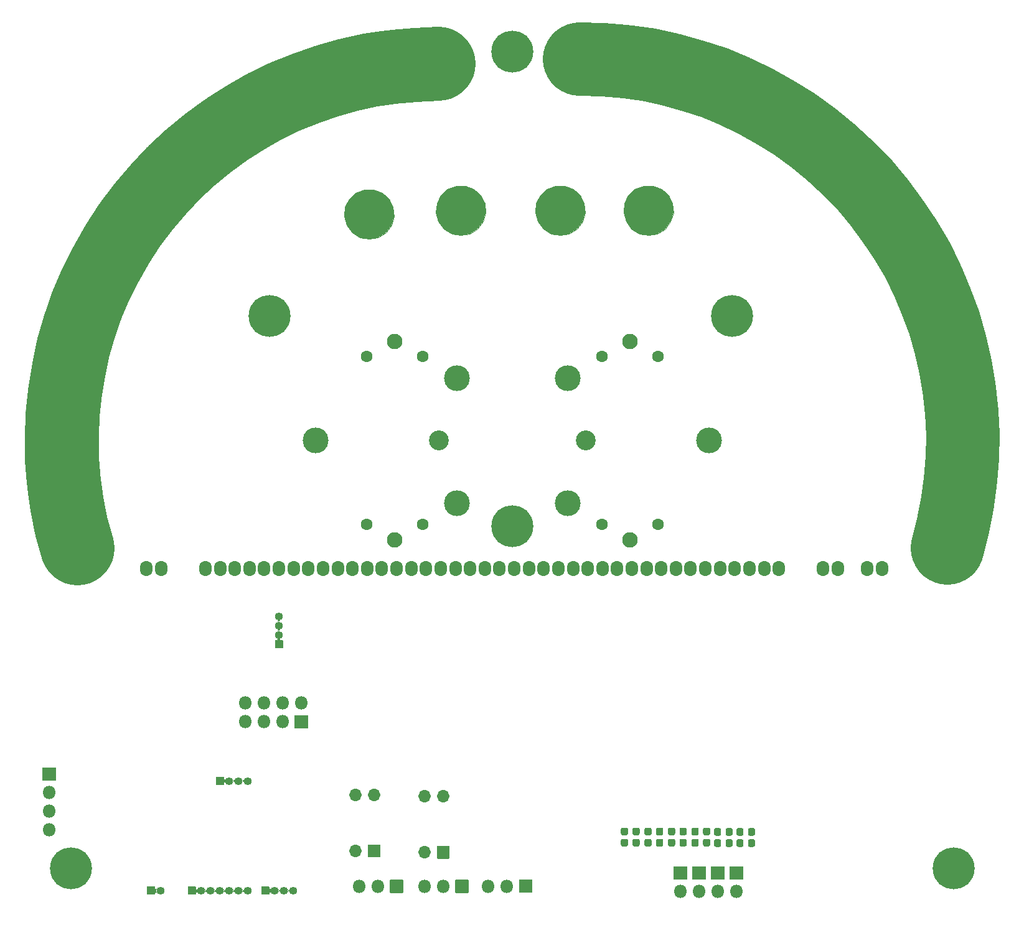
<source format=gts>
G04 #@! TF.GenerationSoftware,KiCad,Pcbnew,(5.99.0-3329-ga80190e20)*
G04 #@! TF.CreationDate,2020-09-20T16:32:00-04:00*
G04 #@! TF.ProjectId,MotorcycleSpeedo,4d6f746f-7263-4796-936c-655370656564,rev?*
G04 #@! TF.SameCoordinates,Original*
G04 #@! TF.FileFunction,Soldermask,Top*
G04 #@! TF.FilePolarity,Negative*
%FSLAX46Y46*%
G04 Gerber Fmt 4.6, Leading zero omitted, Abs format (unit mm)*
G04 Created by KiCad (PCBNEW (5.99.0-3329-ga80190e20)) date 2020-09-20 16:32:00*
%MOMM*%
%LPD*%
G01*
G04 APERTURE LIST*
%ADD10C,0.199999*%
%ADD11C,10.087999*%
%ADD12C,9.999999*%
%ADD13C,0.100000*%
%ADD14O,1.802000X1.802000*%
%ADD15O,1.102000X1.102000*%
%ADD16C,5.702000*%
%ADD17C,3.502000*%
%ADD18C,2.702000*%
%ADD19C,2.102000*%
%ADD20C,1.602000*%
%ADD21O,1.702000X2.102000*%
%ADD22O,1.702000X1.702000*%
G04 APERTURE END LIST*
D10*
X152836632Y-118932038D02*
X153261286Y-121978559D01*
X182849045Y-66553354D02*
X180104150Y-67884005D01*
D11*
X152966787Y-106738119D02*
X152662045Y-109773291D01*
D12*
X274652988Y-106415142D02*
X274148301Y-103367118D01*
D10*
X180104051Y-67888816D02*
X177442991Y-69380091D01*
X188560889Y-64389295D02*
X185670414Y-65387168D01*
X155971632Y-94914329D02*
X154954691Y-97806255D01*
D12*
X229268484Y-61767131D02*
X226134331Y-61491755D01*
D10*
X154114322Y-100741394D02*
X153451322Y-103721419D01*
X272049011Y-130983596D02*
X273030735Y-127972498D01*
X203791915Y-62059253D02*
X200666454Y-62157863D01*
X154666770Y-128015101D02*
X155649795Y-130983596D01*
X172401881Y-72829115D02*
X170036570Y-74779169D01*
X238405352Y-63695236D02*
X235411476Y-62872733D01*
X200666454Y-62157863D02*
X197573251Y-62444018D01*
X246986721Y-67195211D02*
X244200456Y-65860337D01*
X152595943Y-115875991D02*
X152836632Y-118932038D01*
X152595854Y-115881005D02*
X152836557Y-118937060D01*
X177442991Y-69380091D02*
X174873144Y-71028140D01*
X272597878Y-97378207D02*
X271554399Y-94454006D01*
X191513099Y-63563582D02*
X188560889Y-64389295D01*
X180104150Y-67884005D02*
X177443099Y-69375274D01*
X194519677Y-62913874D02*
X191513099Y-63563582D01*
D11*
X154954691Y-97806255D02*
X154114186Y-100746357D01*
D10*
X158530671Y-89303061D02*
X157164083Y-92073894D01*
X167784721Y-76869605D02*
X165653429Y-79106266D01*
X154114186Y-100746357D02*
X153451192Y-103726393D01*
X153261286Y-121978559D02*
X153870981Y-125007313D01*
X153451322Y-103721419D02*
X152966909Y-106733134D01*
X274426063Y-121857190D02*
X274841923Y-118769668D01*
X152538042Y-112823668D02*
X152595854Y-115881005D01*
D12*
X257215287Y-74126766D02*
X254810583Y-72162792D01*
D11*
X152662045Y-109773291D02*
X152538042Y-112823668D01*
D10*
X152966909Y-106733134D02*
X152662157Y-109768296D01*
X265618347Y-83420249D02*
X263714909Y-80888964D01*
X161782394Y-83988357D02*
X160070466Y-86605135D01*
X197573223Y-62448828D02*
X194519636Y-62918680D01*
X154114322Y-100741394D02*
X153451322Y-103721419D01*
D12*
X274426063Y-121857190D02*
X274841923Y-118769668D01*
D10*
X191513046Y-63568386D02*
X188560823Y-64394099D01*
X185670414Y-65387168D02*
X182849045Y-66553354D01*
X182849045Y-66553354D02*
X180104150Y-67884005D01*
X185670336Y-65391973D02*
X182848956Y-66558161D01*
X274652988Y-106415142D02*
X274148301Y-103367118D01*
X265618347Y-83420249D02*
X265618347Y-83420249D01*
X152595943Y-115875991D02*
X152836632Y-118932038D01*
X174873262Y-71023316D02*
X172402007Y-72824283D01*
X188560823Y-64394099D02*
X185670336Y-65391973D01*
X191513099Y-63563582D02*
X188560889Y-64389295D01*
X152966787Y-106738119D02*
X152662045Y-109773291D01*
D12*
X270333578Y-91587766D02*
X268936543Y-88787831D01*
D10*
X275115674Y-112576605D02*
X274975822Y-109487752D01*
D11*
X157163934Y-92078822D02*
X155971632Y-94914329D01*
D10*
X182848956Y-66558161D02*
X180104051Y-67888816D01*
D11*
X152595854Y-115881005D02*
X152836557Y-118937060D01*
D10*
X254810583Y-72162792D02*
X252299265Y-70350301D01*
X174873262Y-71023316D02*
X172402007Y-72824283D01*
X273462888Y-100352026D02*
X272597878Y-97378207D01*
D12*
X241337506Y-64692391D02*
X238405352Y-63695236D01*
D10*
X160070466Y-86605135D02*
X158530671Y-89303061D01*
X185670414Y-65387168D02*
X182849045Y-66553354D01*
X167784582Y-76874457D02*
X165653284Y-79111130D01*
X203791915Y-62059253D02*
X200666454Y-62157863D01*
D11*
X194519636Y-62918680D02*
X191513046Y-63568386D01*
X167784582Y-76874457D02*
X165653284Y-79111130D01*
D12*
X265618347Y-83420249D02*
X265618347Y-83420249D01*
D10*
X252299265Y-70350301D02*
X249688818Y-68693153D01*
X153870981Y-125007313D02*
X154666792Y-128010056D01*
D12*
X273822710Y-124927581D02*
X274426063Y-121857190D01*
D10*
X268936543Y-88787831D02*
X267364424Y-86062544D01*
D12*
X249688818Y-68693153D02*
X246986721Y-67195211D01*
D10*
X257215287Y-74126766D02*
X254810583Y-72162792D01*
X241337506Y-64692391D02*
X238405352Y-63695236D01*
X152538144Y-112818663D02*
X152595943Y-115875991D01*
D11*
X191513046Y-63568386D02*
X188560823Y-64394099D01*
D10*
X271554399Y-94454006D02*
X270333578Y-91587766D01*
X161782241Y-83993247D02*
X161782241Y-83993247D01*
D12*
X275071417Y-115673358D02*
X275115674Y-112576605D01*
X232363359Y-62228744D02*
X229268484Y-61767131D01*
D10*
X163650048Y-81485343D02*
X161782241Y-83993247D01*
D12*
X271554399Y-94454006D02*
X270333578Y-91587766D01*
D10*
X153870939Y-125012351D02*
X154666770Y-128015101D01*
X160070314Y-86610038D02*
X158530520Y-89307977D01*
D11*
X200666440Y-62162677D02*
X197573223Y-62448828D01*
D12*
X265618347Y-83420249D02*
X263714909Y-80888964D01*
D11*
X160070314Y-86610038D02*
X158530520Y-89307977D01*
D10*
X157164083Y-92073894D02*
X155971778Y-94909389D01*
X153261286Y-121978559D02*
X153870981Y-125007313D01*
X244200456Y-65860337D02*
X241337506Y-64692391D01*
X153451322Y-103721419D02*
X152966909Y-106733134D01*
D12*
X275115674Y-112576605D02*
X274975822Y-109487752D01*
X235411476Y-62872733D02*
X232363359Y-62228744D01*
D10*
X157164083Y-92073894D02*
X155971778Y-94909389D01*
D11*
X165653284Y-79111130D02*
X163650048Y-81485343D01*
X152836557Y-118937060D02*
X153261227Y-121983590D01*
D10*
X158530671Y-89303061D02*
X157164083Y-92073894D01*
D12*
X267364424Y-86062544D02*
X265618347Y-83420249D01*
X274841923Y-118769668D02*
X275071417Y-115673358D01*
D11*
X158530520Y-89307977D02*
X157163934Y-92078822D01*
D10*
X177443099Y-69375274D02*
X174873262Y-71023316D01*
X200666454Y-62157863D02*
X197573251Y-62444018D01*
X177443099Y-69375274D02*
X174873262Y-71023316D01*
X152538144Y-112818663D02*
X152595943Y-115875991D01*
D12*
X272597878Y-97378207D02*
X271554399Y-94454006D01*
D10*
X154666792Y-128010056D02*
X155649795Y-130978546D01*
X152662157Y-109768296D02*
X152538144Y-112818663D01*
X155971778Y-94909389D02*
X154954833Y-97801303D01*
D11*
X174873144Y-71028140D02*
X172401881Y-72829115D01*
D10*
X161782394Y-83988357D02*
X161782394Y-83988357D01*
X267364424Y-86062544D02*
X265618347Y-83420249D01*
X170036703Y-74774328D02*
X167784721Y-76869605D01*
X188560889Y-64389295D02*
X185670414Y-65387168D01*
D12*
X238405352Y-63695236D02*
X235411476Y-62872733D01*
D11*
X203791915Y-62064075D02*
X200666440Y-62162677D01*
D10*
X170036703Y-74774328D02*
X167784721Y-76869605D01*
X172402007Y-72824283D02*
X170036703Y-74774328D01*
X167784721Y-76869605D02*
X165653429Y-79106266D01*
X200666440Y-62162677D02*
X197573223Y-62448828D01*
D12*
X246986721Y-67195211D02*
X244200456Y-65860337D01*
X273030735Y-127972498D02*
X273822710Y-124927581D01*
D10*
X153451192Y-103726393D02*
X152966787Y-106738119D01*
X152966909Y-106733134D02*
X152662157Y-109768296D01*
X154954691Y-97806255D02*
X154114186Y-100746357D01*
X249688818Y-68693153D02*
X246986721Y-67195211D01*
D12*
X274148301Y-103367118D02*
X273462888Y-100352026D01*
D11*
X197573223Y-62448828D02*
X194519636Y-62918680D01*
D10*
X154666792Y-128010056D02*
X155649795Y-130978546D01*
X203791915Y-62064075D02*
X200666440Y-62162677D01*
X232363359Y-62228744D02*
X229268484Y-61767131D01*
D12*
X263714909Y-80888964D02*
X261674932Y-78493713D01*
D10*
X161782241Y-83993247D02*
X160070314Y-86610038D01*
D11*
X188560823Y-64394099D02*
X185670336Y-65391973D01*
D10*
X165653429Y-79106266D02*
X163650197Y-81480466D01*
X172402007Y-72824283D02*
X170036703Y-74774328D01*
X275071417Y-115673358D02*
X275115674Y-112576605D01*
X152662157Y-109768296D02*
X152538144Y-112818663D01*
D12*
X274975822Y-109487752D02*
X274652988Y-106415142D01*
D10*
X163650197Y-81480466D02*
X161782394Y-83988357D01*
D12*
X273462888Y-100352026D02*
X272597878Y-97378207D01*
D11*
X155971632Y-94914329D02*
X154954691Y-97806255D01*
X182848956Y-66558161D02*
X180104051Y-67888816D01*
D10*
X273822710Y-124927581D02*
X274426063Y-121857190D01*
X226134331Y-61491755D02*
X222968383Y-61406478D01*
X165653429Y-79106266D02*
X163650197Y-81480466D01*
D12*
X268936543Y-88787831D02*
X267364424Y-86062544D01*
D10*
X197573251Y-62444018D02*
X194519677Y-62913874D01*
X161782394Y-83988357D02*
X161782394Y-83988357D01*
X160070466Y-86605135D02*
X158530671Y-89303061D01*
D11*
X153870939Y-125012351D02*
X154666770Y-128015101D01*
D10*
X152836557Y-118937060D02*
X153261227Y-121983590D01*
D11*
X161782241Y-83993247D02*
X161782241Y-83993247D01*
D10*
X197573251Y-62444018D02*
X194519677Y-62913874D01*
D11*
X180104051Y-67888816D02*
X177442991Y-69380091D01*
D10*
X180104150Y-67884005D02*
X177443099Y-69375274D01*
X261674932Y-78493713D02*
X259505898Y-76238360D01*
X235411476Y-62872733D02*
X232363359Y-62228744D01*
X263714909Y-80888964D02*
X261674932Y-78493713D01*
X152662045Y-109773291D02*
X152538042Y-112823668D01*
X163650197Y-81480466D02*
X161782394Y-83988357D01*
X274148301Y-103367118D02*
X273462888Y-100352026D01*
D11*
X185670336Y-65391973D02*
X182848956Y-66558161D01*
D10*
X194519636Y-62918680D02*
X191513046Y-63568386D01*
X157163934Y-92078822D02*
X155971632Y-94914329D01*
D11*
X153261227Y-121983590D02*
X153870939Y-125012351D01*
D10*
X194519677Y-62913874D02*
X191513099Y-63563582D01*
X154954833Y-97801303D02*
X154114322Y-100741394D01*
X165653284Y-79111130D02*
X163650048Y-81485343D01*
X274841923Y-118769668D02*
X275071417Y-115673358D01*
X273030735Y-127972498D02*
X273822710Y-124927581D01*
D12*
X252299265Y-70350301D02*
X249688818Y-68693153D01*
D10*
X152836632Y-118932038D02*
X153261286Y-121978559D01*
X161782394Y-83988357D02*
X160070466Y-86605135D01*
D11*
X154114186Y-100746357D02*
X153451192Y-103726393D01*
D10*
X229268484Y-61767131D02*
X226134331Y-61491755D01*
D11*
X163650048Y-81485343D02*
X161782241Y-83993247D01*
D12*
X244200456Y-65860337D02*
X241337506Y-64692391D01*
D10*
X274975822Y-109487752D02*
X274652988Y-106415142D01*
X174873144Y-71028140D02*
X172401881Y-72829115D01*
D12*
X254810583Y-72162792D02*
X252299265Y-70350301D01*
D10*
X154954833Y-97801303D02*
X154114322Y-100741394D01*
D11*
X170036570Y-74779169D02*
X167784582Y-76874457D01*
D10*
X153870981Y-125007313D02*
X154666792Y-128010056D01*
D11*
X161782241Y-83993247D02*
X160070314Y-86610038D01*
X172401881Y-72829115D02*
X170036570Y-74779169D01*
D10*
X259505898Y-76238360D02*
X257215287Y-74126766D01*
X155971778Y-94909389D02*
X154954833Y-97801303D01*
X158530520Y-89307977D02*
X157163934Y-92078822D01*
D11*
X153451192Y-103726393D02*
X152966787Y-106738119D01*
X152538042Y-112823668D02*
X152595854Y-115881005D01*
D12*
X226134331Y-61491755D02*
X222968383Y-61406478D01*
D10*
X153261227Y-121983590D02*
X153870939Y-125012351D01*
D12*
X261674932Y-78493713D02*
X259505898Y-76238360D01*
D11*
X177442991Y-69380091D02*
X174873144Y-71028140D01*
D12*
X259505898Y-76238360D02*
X257215287Y-74126766D01*
D10*
X170036570Y-74779169D02*
X167784582Y-76874457D01*
X270333578Y-91587766D02*
X268936543Y-88787831D01*
G36*
X208649869Y-79139262D02*
G01*
X209573259Y-79981042D01*
X210130207Y-81099546D01*
X210245496Y-82343712D01*
X209903555Y-83545510D01*
X209150565Y-84542630D01*
X208088222Y-85200406D01*
X206860000Y-85430000D01*
X205631778Y-85200406D01*
X204569435Y-84542630D01*
X203816445Y-83545510D01*
X203474504Y-82343712D01*
X203589793Y-81099546D01*
X204146741Y-79981042D01*
X205070131Y-79139262D01*
X206235252Y-78687891D01*
X207484748Y-78687891D01*
X208649869Y-79139262D01*
G37*
D13*
X208649869Y-79139262D02*
X209573259Y-79981042D01*
X210130207Y-81099546D01*
X210245496Y-82343712D01*
X209903555Y-83545510D01*
X209150565Y-84542630D01*
X208088222Y-85200406D01*
X206860000Y-85430000D01*
X205631778Y-85200406D01*
X204569435Y-84542630D01*
X203816445Y-83545510D01*
X203474504Y-82343712D01*
X203589793Y-81099546D01*
X204146741Y-79981042D01*
X205070131Y-79139262D01*
X206235252Y-78687891D01*
X207484748Y-78687891D01*
X208649869Y-79139262D01*
G36*
X196149869Y-79639262D02*
G01*
X197073259Y-80481042D01*
X197630207Y-81599546D01*
X197745496Y-82843712D01*
X197403555Y-84045510D01*
X196650565Y-85042630D01*
X195588222Y-85700406D01*
X194360000Y-85930000D01*
X193131778Y-85700406D01*
X192069435Y-85042630D01*
X191316445Y-84045510D01*
X190974504Y-82843712D01*
X191089793Y-81599546D01*
X191646741Y-80481042D01*
X192570131Y-79639262D01*
X193735252Y-79187891D01*
X194984748Y-79187891D01*
X196149869Y-79639262D01*
G37*
X196149869Y-79639262D02*
X197073259Y-80481042D01*
X197630207Y-81599546D01*
X197745496Y-82843712D01*
X197403555Y-84045510D01*
X196650565Y-85042630D01*
X195588222Y-85700406D01*
X194360000Y-85930000D01*
X193131778Y-85700406D01*
X192069435Y-85042630D01*
X191316445Y-84045510D01*
X190974504Y-82843712D01*
X191089793Y-81599546D01*
X191646741Y-80481042D01*
X192570131Y-79639262D01*
X193735252Y-79187891D01*
X194984748Y-79187891D01*
X196149869Y-79639262D01*
G36*
X234149869Y-79139262D02*
G01*
X235073259Y-79981042D01*
X235630207Y-81099546D01*
X235745496Y-82343712D01*
X235403555Y-83545510D01*
X234650565Y-84542630D01*
X233588222Y-85200406D01*
X232360000Y-85430000D01*
X231131778Y-85200406D01*
X230069435Y-84542630D01*
X229316445Y-83545510D01*
X228974504Y-82343712D01*
X229089793Y-81099546D01*
X229646741Y-79981042D01*
X230570131Y-79139262D01*
X231735252Y-78687891D01*
X232984748Y-78687891D01*
X234149869Y-79139262D01*
G37*
X234149869Y-79139262D02*
X235073259Y-79981042D01*
X235630207Y-81099546D01*
X235745496Y-82343712D01*
X235403555Y-83545510D01*
X234650565Y-84542630D01*
X233588222Y-85200406D01*
X232360000Y-85430000D01*
X231131778Y-85200406D01*
X230069435Y-84542630D01*
X229316445Y-83545510D01*
X228974504Y-82343712D01*
X229089793Y-81099546D01*
X229646741Y-79981042D01*
X230570131Y-79139262D01*
X231735252Y-78687891D01*
X232984748Y-78687891D01*
X234149869Y-79139262D01*
G36*
X222149869Y-79139262D02*
G01*
X223073259Y-79981042D01*
X223630207Y-81099546D01*
X223745496Y-82343712D01*
X223403555Y-83545510D01*
X222650565Y-84542630D01*
X221588222Y-85200406D01*
X220360000Y-85430000D01*
X219131778Y-85200406D01*
X218069435Y-84542630D01*
X217316445Y-83545510D01*
X216974504Y-82343712D01*
X217089793Y-81099546D01*
X217646741Y-79981042D01*
X218570131Y-79139262D01*
X219735252Y-78687891D01*
X220984748Y-78687891D01*
X222149869Y-79139262D01*
G37*
X222149869Y-79139262D02*
X223073259Y-79981042D01*
X223630207Y-81099546D01*
X223745496Y-82343712D01*
X223403555Y-83545510D01*
X222650565Y-84542630D01*
X221588222Y-85200406D01*
X220360000Y-85430000D01*
X219131778Y-85200406D01*
X218069435Y-84542630D01*
X217316445Y-83545510D01*
X216974504Y-82343712D01*
X217089793Y-81099546D01*
X217646741Y-79981042D01*
X218570131Y-79139262D01*
X219735252Y-78687891D01*
X220984748Y-78687891D01*
X222149869Y-79139262D01*
D10*
X152836632Y-118932038D02*
X153261286Y-121978559D01*
X182849045Y-66553354D02*
X180104150Y-67884005D01*
D11*
X152966787Y-106738119D02*
X152662045Y-109773291D01*
D12*
X274652988Y-106415142D02*
X274148301Y-103367118D01*
D10*
X180104051Y-67888816D02*
X177442991Y-69380091D01*
X188560889Y-64389295D02*
X185670414Y-65387168D01*
X155971632Y-94914329D02*
X154954691Y-97806255D01*
D12*
X229268484Y-61767131D02*
X226134331Y-61491755D01*
D10*
X154114322Y-100741394D02*
X153451322Y-103721419D01*
X272049011Y-130983596D02*
X273030735Y-127972498D01*
X203791915Y-62059253D02*
X200666454Y-62157863D01*
X154666770Y-128015101D02*
X155649795Y-130983596D01*
X172401881Y-72829115D02*
X170036570Y-74779169D01*
X238405352Y-63695236D02*
X235411476Y-62872733D01*
X200666454Y-62157863D02*
X197573251Y-62444018D01*
X246986721Y-67195211D02*
X244200456Y-65860337D01*
X152595943Y-115875991D02*
X152836632Y-118932038D01*
X152595854Y-115881005D02*
X152836557Y-118937060D01*
X177442991Y-69380091D02*
X174873144Y-71028140D01*
X272597878Y-97378207D02*
X271554399Y-94454006D01*
X191513099Y-63563582D02*
X188560889Y-64389295D01*
X180104150Y-67884005D02*
X177443099Y-69375274D01*
X194519677Y-62913874D02*
X191513099Y-63563582D01*
D11*
X154954691Y-97806255D02*
X154114186Y-100746357D01*
D10*
X158530671Y-89303061D02*
X157164083Y-92073894D01*
X167784721Y-76869605D02*
X165653429Y-79106266D01*
X154114186Y-100746357D02*
X153451192Y-103726393D01*
X153261286Y-121978559D02*
X153870981Y-125007313D01*
X153451322Y-103721419D02*
X152966909Y-106733134D01*
X274426063Y-121857190D02*
X274841923Y-118769668D01*
X152538042Y-112823668D02*
X152595854Y-115881005D01*
D12*
X257215287Y-74126766D02*
X254810583Y-72162792D01*
D11*
X152662045Y-109773291D02*
X152538042Y-112823668D01*
D10*
X152966909Y-106733134D02*
X152662157Y-109768296D01*
X265618347Y-83420249D02*
X263714909Y-80888964D01*
X161782394Y-83988357D02*
X160070466Y-86605135D01*
X197573223Y-62448828D02*
X194519636Y-62918680D01*
X154114322Y-100741394D02*
X153451322Y-103721419D01*
D12*
X274426063Y-121857190D02*
X274841923Y-118769668D01*
D10*
X191513046Y-63568386D02*
X188560823Y-64394099D01*
X185670414Y-65387168D02*
X182849045Y-66553354D01*
X182849045Y-66553354D02*
X180104150Y-67884005D01*
X185670336Y-65391973D02*
X182848956Y-66558161D01*
X274652988Y-106415142D02*
X274148301Y-103367118D01*
X265618347Y-83420249D02*
X265618347Y-83420249D01*
X152595943Y-115875991D02*
X152836632Y-118932038D01*
X174873262Y-71023316D02*
X172402007Y-72824283D01*
X188560823Y-64394099D02*
X185670336Y-65391973D01*
X191513099Y-63563582D02*
X188560889Y-64389295D01*
X152966787Y-106738119D02*
X152662045Y-109773291D01*
D12*
X270333578Y-91587766D02*
X268936543Y-88787831D01*
D10*
X275115674Y-112576605D02*
X274975822Y-109487752D01*
D11*
X157163934Y-92078822D02*
X155971632Y-94914329D01*
D10*
X182848956Y-66558161D02*
X180104051Y-67888816D01*
D11*
X152595854Y-115881005D02*
X152836557Y-118937060D01*
D10*
X254810583Y-72162792D02*
X252299265Y-70350301D01*
X174873262Y-71023316D02*
X172402007Y-72824283D01*
X273462888Y-100352026D02*
X272597878Y-97378207D01*
D12*
X241337506Y-64692391D02*
X238405352Y-63695236D01*
D10*
X160070466Y-86605135D02*
X158530671Y-89303061D01*
X185670414Y-65387168D02*
X182849045Y-66553354D01*
X167784582Y-76874457D02*
X165653284Y-79111130D01*
X203791915Y-62059253D02*
X200666454Y-62157863D01*
D11*
X194519636Y-62918680D02*
X191513046Y-63568386D01*
X167784582Y-76874457D02*
X165653284Y-79111130D01*
D12*
X265618347Y-83420249D02*
X265618347Y-83420249D01*
D10*
X252299265Y-70350301D02*
X249688818Y-68693153D01*
X153870981Y-125007313D02*
X154666792Y-128010056D01*
D12*
X273822710Y-124927581D02*
X274426063Y-121857190D01*
D10*
X268936543Y-88787831D02*
X267364424Y-86062544D01*
D12*
X249688818Y-68693153D02*
X246986721Y-67195211D01*
D10*
X257215287Y-74126766D02*
X254810583Y-72162792D01*
X241337506Y-64692391D02*
X238405352Y-63695236D01*
X152538144Y-112818663D02*
X152595943Y-115875991D01*
D11*
X191513046Y-63568386D02*
X188560823Y-64394099D01*
D10*
X271554399Y-94454006D02*
X270333578Y-91587766D01*
X161782241Y-83993247D02*
X161782241Y-83993247D01*
D12*
X275071417Y-115673358D02*
X275115674Y-112576605D01*
X232363359Y-62228744D02*
X229268484Y-61767131D01*
D10*
X163650048Y-81485343D02*
X161782241Y-83993247D01*
D12*
X271554399Y-94454006D02*
X270333578Y-91587766D01*
D10*
X153870939Y-125012351D02*
X154666770Y-128015101D01*
X160070314Y-86610038D02*
X158530520Y-89307977D01*
D11*
X200666440Y-62162677D02*
X197573223Y-62448828D01*
D12*
X265618347Y-83420249D02*
X263714909Y-80888964D01*
D11*
X160070314Y-86610038D02*
X158530520Y-89307977D01*
D10*
X157164083Y-92073894D02*
X155971778Y-94909389D01*
X153261286Y-121978559D02*
X153870981Y-125007313D01*
X244200456Y-65860337D02*
X241337506Y-64692391D01*
X153451322Y-103721419D02*
X152966909Y-106733134D01*
D12*
X275115674Y-112576605D02*
X274975822Y-109487752D01*
X235411476Y-62872733D02*
X232363359Y-62228744D01*
D10*
X157164083Y-92073894D02*
X155971778Y-94909389D01*
D11*
X165653284Y-79111130D02*
X163650048Y-81485343D01*
X152836557Y-118937060D02*
X153261227Y-121983590D01*
D10*
X158530671Y-89303061D02*
X157164083Y-92073894D01*
D12*
X267364424Y-86062544D02*
X265618347Y-83420249D01*
X274841923Y-118769668D02*
X275071417Y-115673358D01*
D11*
X158530520Y-89307977D02*
X157163934Y-92078822D01*
D10*
X177443099Y-69375274D02*
X174873262Y-71023316D01*
X200666454Y-62157863D02*
X197573251Y-62444018D01*
X177443099Y-69375274D02*
X174873262Y-71023316D01*
X152538144Y-112818663D02*
X152595943Y-115875991D01*
D12*
X272597878Y-97378207D02*
X271554399Y-94454006D01*
D10*
X154666792Y-128010056D02*
X155649795Y-130978546D01*
X152662157Y-109768296D02*
X152538144Y-112818663D01*
X155971778Y-94909389D02*
X154954833Y-97801303D01*
D11*
X174873144Y-71028140D02*
X172401881Y-72829115D01*
D10*
X161782394Y-83988357D02*
X161782394Y-83988357D01*
X267364424Y-86062544D02*
X265618347Y-83420249D01*
X170036703Y-74774328D02*
X167784721Y-76869605D01*
X188560889Y-64389295D02*
X185670414Y-65387168D01*
D12*
X238405352Y-63695236D02*
X235411476Y-62872733D01*
D11*
X203791915Y-62064075D02*
X200666440Y-62162677D01*
D10*
X170036703Y-74774328D02*
X167784721Y-76869605D01*
X172402007Y-72824283D02*
X170036703Y-74774328D01*
X167784721Y-76869605D02*
X165653429Y-79106266D01*
X200666440Y-62162677D02*
X197573223Y-62448828D01*
D12*
X246986721Y-67195211D02*
X244200456Y-65860337D01*
X273030735Y-127972498D02*
X273822710Y-124927581D01*
D10*
X153451192Y-103726393D02*
X152966787Y-106738119D01*
X152966909Y-106733134D02*
X152662157Y-109768296D01*
X154954691Y-97806255D02*
X154114186Y-100746357D01*
X249688818Y-68693153D02*
X246986721Y-67195211D01*
D12*
X274148301Y-103367118D02*
X273462888Y-100352026D01*
D11*
X197573223Y-62448828D02*
X194519636Y-62918680D01*
D10*
X154666792Y-128010056D02*
X155649795Y-130978546D01*
X203791915Y-62064075D02*
X200666440Y-62162677D01*
X232363359Y-62228744D02*
X229268484Y-61767131D01*
D12*
X263714909Y-80888964D02*
X261674932Y-78493713D01*
D10*
X161782241Y-83993247D02*
X160070314Y-86610038D01*
D11*
X188560823Y-64394099D02*
X185670336Y-65391973D01*
D10*
X165653429Y-79106266D02*
X163650197Y-81480466D01*
X172402007Y-72824283D02*
X170036703Y-74774328D01*
X275071417Y-115673358D02*
X275115674Y-112576605D01*
X152662157Y-109768296D02*
X152538144Y-112818663D01*
D12*
X274975822Y-109487752D02*
X274652988Y-106415142D01*
D10*
X163650197Y-81480466D02*
X161782394Y-83988357D01*
D12*
X273462888Y-100352026D02*
X272597878Y-97378207D01*
D11*
X155971632Y-94914329D02*
X154954691Y-97806255D01*
X182848956Y-66558161D02*
X180104051Y-67888816D01*
D10*
X273822710Y-124927581D02*
X274426063Y-121857190D01*
X226134331Y-61491755D02*
X222968383Y-61406478D01*
X165653429Y-79106266D02*
X163650197Y-81480466D01*
D12*
X268936543Y-88787831D02*
X267364424Y-86062544D01*
D10*
X197573251Y-62444018D02*
X194519677Y-62913874D01*
X161782394Y-83988357D02*
X161782394Y-83988357D01*
X160070466Y-86605135D02*
X158530671Y-89303061D01*
D11*
X153870939Y-125012351D02*
X154666770Y-128015101D01*
D10*
X152836557Y-118937060D02*
X153261227Y-121983590D01*
D11*
X161782241Y-83993247D02*
X161782241Y-83993247D01*
D10*
X197573251Y-62444018D02*
X194519677Y-62913874D01*
D11*
X180104051Y-67888816D02*
X177442991Y-69380091D01*
D10*
X180104150Y-67884005D02*
X177443099Y-69375274D01*
X261674932Y-78493713D02*
X259505898Y-76238360D01*
X235411476Y-62872733D02*
X232363359Y-62228744D01*
X263714909Y-80888964D02*
X261674932Y-78493713D01*
X152662045Y-109773291D02*
X152538042Y-112823668D01*
X163650197Y-81480466D02*
X161782394Y-83988357D01*
X274148301Y-103367118D02*
X273462888Y-100352026D01*
D11*
X185670336Y-65391973D02*
X182848956Y-66558161D01*
D10*
X194519636Y-62918680D02*
X191513046Y-63568386D01*
X157163934Y-92078822D02*
X155971632Y-94914329D01*
D11*
X153261227Y-121983590D02*
X153870939Y-125012351D01*
D10*
X194519677Y-62913874D02*
X191513099Y-63563582D01*
X154954833Y-97801303D02*
X154114322Y-100741394D01*
X165653284Y-79111130D02*
X163650048Y-81485343D01*
X274841923Y-118769668D02*
X275071417Y-115673358D01*
X273030735Y-127972498D02*
X273822710Y-124927581D01*
D12*
X252299265Y-70350301D02*
X249688818Y-68693153D01*
D10*
X152836632Y-118932038D02*
X153261286Y-121978559D01*
X161782394Y-83988357D02*
X160070466Y-86605135D01*
D11*
X154114186Y-100746357D02*
X153451192Y-103726393D01*
D10*
X229268484Y-61767131D02*
X226134331Y-61491755D01*
D11*
X163650048Y-81485343D02*
X161782241Y-83993247D01*
D12*
X244200456Y-65860337D02*
X241337506Y-64692391D01*
D10*
X274975822Y-109487752D02*
X274652988Y-106415142D01*
X174873144Y-71028140D02*
X172401881Y-72829115D01*
D12*
X254810583Y-72162792D02*
X252299265Y-70350301D01*
D10*
X154954833Y-97801303D02*
X154114322Y-100741394D01*
D11*
X170036570Y-74779169D02*
X167784582Y-76874457D01*
D10*
X153870981Y-125007313D02*
X154666792Y-128010056D01*
D11*
X161782241Y-83993247D02*
X160070314Y-86610038D01*
X172401881Y-72829115D02*
X170036570Y-74779169D01*
D10*
X259505898Y-76238360D02*
X257215287Y-74126766D01*
X155971778Y-94909389D02*
X154954833Y-97801303D01*
X158530520Y-89307977D02*
X157163934Y-92078822D01*
D11*
X153451192Y-103726393D02*
X152966787Y-106738119D01*
X152538042Y-112823668D02*
X152595854Y-115881005D01*
D12*
X226134331Y-61491755D02*
X222968383Y-61406478D01*
D10*
X153261227Y-121983590D02*
X153870939Y-125012351D01*
D12*
X261674932Y-78493713D02*
X259505898Y-76238360D01*
D11*
X177442991Y-69380091D02*
X174873144Y-71028140D01*
D12*
X259505898Y-76238360D02*
X257215287Y-74126766D01*
D10*
X170036570Y-74779169D02*
X167784582Y-76874457D01*
X270333578Y-91587766D02*
X268936543Y-88787831D01*
G36*
X208649869Y-79139262D02*
G01*
X209573259Y-79981042D01*
X210130207Y-81099546D01*
X210245496Y-82343712D01*
X209903555Y-83545510D01*
X209150565Y-84542630D01*
X208088222Y-85200406D01*
X206860000Y-85430000D01*
X205631778Y-85200406D01*
X204569435Y-84542630D01*
X203816445Y-83545510D01*
X203474504Y-82343712D01*
X203589793Y-81099546D01*
X204146741Y-79981042D01*
X205070131Y-79139262D01*
X206235252Y-78687891D01*
X207484748Y-78687891D01*
X208649869Y-79139262D01*
G37*
D13*
X208649869Y-79139262D02*
X209573259Y-79981042D01*
X210130207Y-81099546D01*
X210245496Y-82343712D01*
X209903555Y-83545510D01*
X209150565Y-84542630D01*
X208088222Y-85200406D01*
X206860000Y-85430000D01*
X205631778Y-85200406D01*
X204569435Y-84542630D01*
X203816445Y-83545510D01*
X203474504Y-82343712D01*
X203589793Y-81099546D01*
X204146741Y-79981042D01*
X205070131Y-79139262D01*
X206235252Y-78687891D01*
X207484748Y-78687891D01*
X208649869Y-79139262D01*
G36*
X196149869Y-79639262D02*
G01*
X197073259Y-80481042D01*
X197630207Y-81599546D01*
X197745496Y-82843712D01*
X197403555Y-84045510D01*
X196650565Y-85042630D01*
X195588222Y-85700406D01*
X194360000Y-85930000D01*
X193131778Y-85700406D01*
X192069435Y-85042630D01*
X191316445Y-84045510D01*
X190974504Y-82843712D01*
X191089793Y-81599546D01*
X191646741Y-80481042D01*
X192570131Y-79639262D01*
X193735252Y-79187891D01*
X194984748Y-79187891D01*
X196149869Y-79639262D01*
G37*
X196149869Y-79639262D02*
X197073259Y-80481042D01*
X197630207Y-81599546D01*
X197745496Y-82843712D01*
X197403555Y-84045510D01*
X196650565Y-85042630D01*
X195588222Y-85700406D01*
X194360000Y-85930000D01*
X193131778Y-85700406D01*
X192069435Y-85042630D01*
X191316445Y-84045510D01*
X190974504Y-82843712D01*
X191089793Y-81599546D01*
X191646741Y-80481042D01*
X192570131Y-79639262D01*
X193735252Y-79187891D01*
X194984748Y-79187891D01*
X196149869Y-79639262D01*
G36*
X234149869Y-79139262D02*
G01*
X235073259Y-79981042D01*
X235630207Y-81099546D01*
X235745496Y-82343712D01*
X235403555Y-83545510D01*
X234650565Y-84542630D01*
X233588222Y-85200406D01*
X232360000Y-85430000D01*
X231131778Y-85200406D01*
X230069435Y-84542630D01*
X229316445Y-83545510D01*
X228974504Y-82343712D01*
X229089793Y-81099546D01*
X229646741Y-79981042D01*
X230570131Y-79139262D01*
X231735252Y-78687891D01*
X232984748Y-78687891D01*
X234149869Y-79139262D01*
G37*
X234149869Y-79139262D02*
X235073259Y-79981042D01*
X235630207Y-81099546D01*
X235745496Y-82343712D01*
X235403555Y-83545510D01*
X234650565Y-84542630D01*
X233588222Y-85200406D01*
X232360000Y-85430000D01*
X231131778Y-85200406D01*
X230069435Y-84542630D01*
X229316445Y-83545510D01*
X228974504Y-82343712D01*
X229089793Y-81099546D01*
X229646741Y-79981042D01*
X230570131Y-79139262D01*
X231735252Y-78687891D01*
X232984748Y-78687891D01*
X234149869Y-79139262D01*
G36*
X222149869Y-79139262D02*
G01*
X223073259Y-79981042D01*
X223630207Y-81099546D01*
X223745496Y-82343712D01*
X223403555Y-83545510D01*
X222650565Y-84542630D01*
X221588222Y-85200406D01*
X220360000Y-85430000D01*
X219131778Y-85200406D01*
X218069435Y-84542630D01*
X217316445Y-83545510D01*
X216974504Y-82343712D01*
X217089793Y-81099546D01*
X217646741Y-79981042D01*
X218570131Y-79139262D01*
X219735252Y-78687891D01*
X220984748Y-78687891D01*
X222149869Y-79139262D01*
G37*
X222149869Y-79139262D02*
X223073259Y-79981042D01*
X223630207Y-81099546D01*
X223745496Y-82343712D01*
X223403555Y-83545510D01*
X222650565Y-84542630D01*
X221588222Y-85200406D01*
X220360000Y-85430000D01*
X219131778Y-85200406D01*
X218069435Y-84542630D01*
X217316445Y-83545510D01*
X216974504Y-82343712D01*
X217089793Y-81099546D01*
X217646741Y-79981042D01*
X218570131Y-79139262D01*
X219735252Y-78687891D01*
X220984748Y-78687891D01*
X222149869Y-79139262D01*
G36*
G01*
X214810000Y-173129000D02*
X216510000Y-173129000D01*
G75*
G02*
X216561000Y-173180000I0J-51000D01*
G01*
X216561000Y-174880000D01*
G75*
G02*
X216510000Y-174931000I-51000J0D01*
G01*
X214810000Y-174931000D01*
G75*
G02*
X214759000Y-174880000I0J51000D01*
G01*
X214759000Y-173180000D01*
G75*
G02*
X214810000Y-173129000I51000J0D01*
G01*
G37*
D14*
X213120000Y-174030000D03*
X210580000Y-174030000D03*
G36*
G01*
X174600000Y-160251000D02*
X173600000Y-160251000D01*
G75*
G02*
X173549000Y-160200000I0J51000D01*
G01*
X173549000Y-159200000D01*
G75*
G02*
X173600000Y-159149000I51000J0D01*
G01*
X174600000Y-159149000D01*
G75*
G02*
X174651000Y-159200000I0J-51000D01*
G01*
X174651000Y-160200000D01*
G75*
G02*
X174600000Y-160251000I-51000J0D01*
G01*
G37*
D15*
X175370000Y-159700000D03*
X176640000Y-159700000D03*
X177910000Y-159700000D03*
D16*
X273860000Y-171630000D03*
X153860000Y-171630000D03*
G36*
G01*
X180760000Y-175181000D02*
X179760000Y-175181000D01*
G75*
G02*
X179709000Y-175130000I0J51000D01*
G01*
X179709000Y-174130000D01*
G75*
G02*
X179760000Y-174079000I51000J0D01*
G01*
X180760000Y-174079000D01*
G75*
G02*
X180811000Y-174130000I0J-51000D01*
G01*
X180811000Y-175130000D01*
G75*
G02*
X180760000Y-175181000I-51000J0D01*
G01*
G37*
D15*
X181530000Y-174630000D03*
X182800000Y-174630000D03*
X184070000Y-174630000D03*
D16*
X213850000Y-124983640D03*
D17*
X206340000Y-121868640D03*
X187100000Y-113378640D03*
X206340000Y-104888640D03*
D18*
X203850000Y-113378640D03*
D19*
X197850000Y-126878640D03*
X197850000Y-99878640D03*
D20*
X201660000Y-124808640D03*
X194040000Y-124808640D03*
X201660000Y-101948640D03*
X194040000Y-101948640D03*
D16*
X213850000Y-60430000D03*
X243760000Y-96430000D03*
X180860000Y-96430000D03*
G36*
G01*
X243838000Y-167866250D02*
X243838000Y-168429750D01*
G75*
G02*
X243593750Y-168674000I-244250J0D01*
G01*
X243105250Y-168674000D01*
G75*
G02*
X242861000Y-168429750I0J244250D01*
G01*
X242861000Y-167866250D01*
G75*
G02*
X243105250Y-167622000I244250J0D01*
G01*
X243593750Y-167622000D01*
G75*
G02*
X243838000Y-167866250I0J-244250D01*
G01*
G37*
G36*
G01*
X242263000Y-167866250D02*
X242263000Y-168429750D01*
G75*
G02*
X242018750Y-168674000I-244250J0D01*
G01*
X241530250Y-168674000D01*
G75*
G02*
X241286000Y-168429750I0J244250D01*
G01*
X241286000Y-167866250D01*
G75*
G02*
X241530250Y-167622000I244250J0D01*
G01*
X242018750Y-167622000D01*
G75*
G02*
X242263000Y-167866250I0J-244250D01*
G01*
G37*
G36*
G01*
X234376001Y-166294250D02*
X234376001Y-166857750D01*
G75*
G02*
X234131751Y-167102000I-244250J0D01*
G01*
X233643251Y-167102000D01*
G75*
G02*
X233399001Y-166857750I0J244250D01*
G01*
X233399001Y-166294250D01*
G75*
G02*
X233643251Y-166050000I244250J0D01*
G01*
X234131751Y-166050000D01*
G75*
G02*
X234376001Y-166294250I0J-244250D01*
G01*
G37*
G36*
G01*
X232801001Y-166294250D02*
X232801001Y-166857750D01*
G75*
G02*
X232556751Y-167102000I-244250J0D01*
G01*
X232068251Y-167102000D01*
G75*
G02*
X231824001Y-166857750I0J244250D01*
G01*
X231824001Y-166294250D01*
G75*
G02*
X232068251Y-166050000I244250J0D01*
G01*
X232556751Y-166050000D01*
G75*
G02*
X232801001Y-166294250I0J-244250D01*
G01*
G37*
D21*
X264114000Y-130810000D03*
X262114000Y-130810000D03*
X258114000Y-130810000D03*
X256114000Y-130810000D03*
X250114000Y-130810000D03*
X248114000Y-130810000D03*
X246114000Y-130810000D03*
X244114000Y-130810000D03*
X242114000Y-130810000D03*
X240114000Y-130810000D03*
X238114000Y-130810000D03*
X236114000Y-130810000D03*
X234114000Y-130810000D03*
X232114000Y-130810000D03*
X230114000Y-130810000D03*
X228114000Y-130810000D03*
X226114000Y-130810000D03*
X224114000Y-130810000D03*
X222114000Y-130810000D03*
X220114000Y-130810000D03*
X218114000Y-130810000D03*
X216114000Y-130810000D03*
X214114000Y-130810000D03*
X212114000Y-130810000D03*
X210114000Y-130810000D03*
X208114000Y-130810000D03*
X206114000Y-130810000D03*
X204114000Y-130810000D03*
X202114000Y-130810000D03*
X200114000Y-130810000D03*
X198114000Y-130810000D03*
X196114000Y-130810000D03*
X194114000Y-130810000D03*
X192114000Y-130810000D03*
X190114000Y-130810000D03*
X188114000Y-130810000D03*
X186114000Y-130810000D03*
X184114000Y-130810000D03*
X182114000Y-130810000D03*
X180114000Y-130810000D03*
X178114000Y-130810000D03*
X176114000Y-130810000D03*
X174114000Y-130810000D03*
X172114000Y-130810000D03*
X166114000Y-130810000D03*
X164114000Y-130810000D03*
G36*
G01*
X237576000Y-166294250D02*
X237576000Y-166857750D01*
G75*
G02*
X237331750Y-167102000I-244250J0D01*
G01*
X236843250Y-167102000D01*
G75*
G02*
X236599000Y-166857750I0J244250D01*
G01*
X236599000Y-166294250D01*
G75*
G02*
X236843250Y-166050000I244250J0D01*
G01*
X237331750Y-166050000D01*
G75*
G02*
X237576000Y-166294250I0J-244250D01*
G01*
G37*
G36*
G01*
X236001000Y-166294250D02*
X236001000Y-166857750D01*
G75*
G02*
X235756750Y-167102000I-244250J0D01*
G01*
X235268250Y-167102000D01*
G75*
G02*
X235024000Y-166857750I0J244250D01*
G01*
X235024000Y-166294250D01*
G75*
G02*
X235268250Y-166050000I244250J0D01*
G01*
X235756750Y-166050000D01*
G75*
G02*
X236001000Y-166294250I0J-244250D01*
G01*
G37*
G36*
G01*
X234376001Y-167818250D02*
X234376001Y-168381750D01*
G75*
G02*
X234131751Y-168626000I-244250J0D01*
G01*
X233643251Y-168626000D01*
G75*
G02*
X233399001Y-168381750I0J244250D01*
G01*
X233399001Y-167818250D01*
G75*
G02*
X233643251Y-167574000I244250J0D01*
G01*
X234131751Y-167574000D01*
G75*
G02*
X234376001Y-167818250I0J-244250D01*
G01*
G37*
G36*
G01*
X232801001Y-167818250D02*
X232801001Y-168381750D01*
G75*
G02*
X232556751Y-168626000I-244250J0D01*
G01*
X232068251Y-168626000D01*
G75*
G02*
X231824001Y-168381750I0J244250D01*
G01*
X231824001Y-167818250D01*
G75*
G02*
X232068251Y-167574000I244250J0D01*
G01*
X232556751Y-167574000D01*
G75*
G02*
X232801001Y-167818250I0J-244250D01*
G01*
G37*
G36*
G01*
X231175997Y-166294250D02*
X231175997Y-166857750D01*
G75*
G02*
X230931747Y-167102000I-244250J0D01*
G01*
X230443247Y-167102000D01*
G75*
G02*
X230198997Y-166857750I0J244250D01*
G01*
X230198997Y-166294250D01*
G75*
G02*
X230443247Y-166050000I244250J0D01*
G01*
X230931747Y-166050000D01*
G75*
G02*
X231175997Y-166294250I0J-244250D01*
G01*
G37*
G36*
G01*
X229600997Y-166294250D02*
X229600997Y-166857750D01*
G75*
G02*
X229356747Y-167102000I-244250J0D01*
G01*
X228868247Y-167102000D01*
G75*
G02*
X228623997Y-166857750I0J244250D01*
G01*
X228623997Y-166294250D01*
G75*
G02*
X228868247Y-166050000I244250J0D01*
G01*
X229356747Y-166050000D01*
G75*
G02*
X229600997Y-166294250I0J-244250D01*
G01*
G37*
G36*
G01*
X246886000Y-166342250D02*
X246886000Y-166905750D01*
G75*
G02*
X246641750Y-167150000I-244250J0D01*
G01*
X246153250Y-167150000D01*
G75*
G02*
X245909000Y-166905750I0J244250D01*
G01*
X245909000Y-166342250D01*
G75*
G02*
X246153250Y-166098000I244250J0D01*
G01*
X246641750Y-166098000D01*
G75*
G02*
X246886000Y-166342250I0J-244250D01*
G01*
G37*
G36*
G01*
X245311000Y-166342250D02*
X245311000Y-166905750D01*
G75*
G02*
X245066750Y-167150000I-244250J0D01*
G01*
X244578250Y-167150000D01*
G75*
G02*
X244334000Y-166905750I0J244250D01*
G01*
X244334000Y-166342250D01*
G75*
G02*
X244578250Y-166098000I244250J0D01*
G01*
X245066750Y-166098000D01*
G75*
G02*
X245311000Y-166342250I0J-244250D01*
G01*
G37*
G36*
G01*
X240775998Y-167818250D02*
X240775998Y-168381750D01*
G75*
G02*
X240531748Y-168626000I-244250J0D01*
G01*
X240043248Y-168626000D01*
G75*
G02*
X239798998Y-168381750I0J244250D01*
G01*
X239798998Y-167818250D01*
G75*
G02*
X240043248Y-167574000I244250J0D01*
G01*
X240531748Y-167574000D01*
G75*
G02*
X240775998Y-167818250I0J-244250D01*
G01*
G37*
G36*
G01*
X239200998Y-167818250D02*
X239200998Y-168381750D01*
G75*
G02*
X238956748Y-168626000I-244250J0D01*
G01*
X238468248Y-168626000D01*
G75*
G02*
X238223998Y-168381750I0J244250D01*
G01*
X238223998Y-167818250D01*
G75*
G02*
X238468248Y-167574000I244250J0D01*
G01*
X238956748Y-167574000D01*
G75*
G02*
X239200998Y-167818250I0J-244250D01*
G01*
G37*
G36*
G01*
X246886000Y-167866250D02*
X246886000Y-168429750D01*
G75*
G02*
X246641750Y-168674000I-244250J0D01*
G01*
X246153250Y-168674000D01*
G75*
G02*
X245909000Y-168429750I0J244250D01*
G01*
X245909000Y-167866250D01*
G75*
G02*
X246153250Y-167622000I244250J0D01*
G01*
X246641750Y-167622000D01*
G75*
G02*
X246886000Y-167866250I0J-244250D01*
G01*
G37*
G36*
G01*
X245311000Y-167866250D02*
X245311000Y-168429750D01*
G75*
G02*
X245066750Y-168674000I-244250J0D01*
G01*
X244578250Y-168674000D01*
G75*
G02*
X244334000Y-168429750I0J244250D01*
G01*
X244334000Y-167866250D01*
G75*
G02*
X244578250Y-167622000I244250J0D01*
G01*
X245066750Y-167622000D01*
G75*
G02*
X245311000Y-167866250I0J-244250D01*
G01*
G37*
G36*
G01*
X240775998Y-166294250D02*
X240775998Y-166857750D01*
G75*
G02*
X240531748Y-167102000I-244250J0D01*
G01*
X240043248Y-167102000D01*
G75*
G02*
X239798998Y-166857750I0J244250D01*
G01*
X239798998Y-166294250D01*
G75*
G02*
X240043248Y-166050000I244250J0D01*
G01*
X240531748Y-166050000D01*
G75*
G02*
X240775998Y-166294250I0J-244250D01*
G01*
G37*
G36*
G01*
X239200998Y-166294250D02*
X239200998Y-166857750D01*
G75*
G02*
X238956748Y-167102000I-244250J0D01*
G01*
X238468248Y-167102000D01*
G75*
G02*
X238223998Y-166857750I0J244250D01*
G01*
X238223998Y-166294250D01*
G75*
G02*
X238468248Y-166050000I244250J0D01*
G01*
X238956748Y-166050000D01*
G75*
G02*
X239200998Y-166294250I0J-244250D01*
G01*
G37*
G36*
G01*
X231175997Y-167818250D02*
X231175997Y-168381750D01*
G75*
G02*
X230931747Y-168626000I-244250J0D01*
G01*
X230443247Y-168626000D01*
G75*
G02*
X230198997Y-168381750I0J244250D01*
G01*
X230198997Y-167818250D01*
G75*
G02*
X230443247Y-167574000I244250J0D01*
G01*
X230931747Y-167574000D01*
G75*
G02*
X231175997Y-167818250I0J-244250D01*
G01*
G37*
G36*
G01*
X229600997Y-167818250D02*
X229600997Y-168381750D01*
G75*
G02*
X229356747Y-168626000I-244250J0D01*
G01*
X228868247Y-168626000D01*
G75*
G02*
X228623997Y-168381750I0J244250D01*
G01*
X228623997Y-167818250D01*
G75*
G02*
X228868247Y-167574000I244250J0D01*
G01*
X229356747Y-167574000D01*
G75*
G02*
X229600997Y-167818250I0J-244250D01*
G01*
G37*
G36*
G01*
X243838000Y-166342250D02*
X243838000Y-166905750D01*
G75*
G02*
X243593750Y-167150000I-244250J0D01*
G01*
X243105250Y-167150000D01*
G75*
G02*
X242861000Y-166905750I0J244250D01*
G01*
X242861000Y-166342250D01*
G75*
G02*
X243105250Y-166098000I244250J0D01*
G01*
X243593750Y-166098000D01*
G75*
G02*
X243838000Y-166342250I0J-244250D01*
G01*
G37*
G36*
G01*
X242263000Y-166342250D02*
X242263000Y-166905750D01*
G75*
G02*
X242018750Y-167150000I-244250J0D01*
G01*
X241530250Y-167150000D01*
G75*
G02*
X241286000Y-166905750I0J244250D01*
G01*
X241286000Y-166342250D01*
G75*
G02*
X241530250Y-166098000I244250J0D01*
G01*
X242018750Y-166098000D01*
G75*
G02*
X242263000Y-166342250I0J-244250D01*
G01*
G37*
G36*
G01*
X237575997Y-167818250D02*
X237575997Y-168381750D01*
G75*
G02*
X237331747Y-168626000I-244250J0D01*
G01*
X236843247Y-168626000D01*
G75*
G02*
X236598997Y-168381750I0J244250D01*
G01*
X236598997Y-167818250D01*
G75*
G02*
X236843247Y-167574000I244250J0D01*
G01*
X237331747Y-167574000D01*
G75*
G02*
X237575997Y-167818250I0J-244250D01*
G01*
G37*
G36*
G01*
X236000997Y-167818250D02*
X236000997Y-168381750D01*
G75*
G02*
X235756747Y-168626000I-244250J0D01*
G01*
X235268247Y-168626000D01*
G75*
G02*
X235023997Y-168381750I0J244250D01*
G01*
X235023997Y-167818250D01*
G75*
G02*
X235268247Y-167574000I244250J0D01*
G01*
X235756747Y-167574000D01*
G75*
G02*
X236000997Y-167818250I0J-244250D01*
G01*
G37*
G36*
G01*
X207860002Y-174940999D02*
X206160002Y-174940999D01*
G75*
G02*
X206109002Y-174889999I0J51000D01*
G01*
X206109002Y-173189999D01*
G75*
G02*
X206160002Y-173138999I51000J0D01*
G01*
X207860002Y-173138999D01*
G75*
G02*
X207911002Y-173189999I0J-51000D01*
G01*
X207911002Y-174889999D01*
G75*
G02*
X207860002Y-174940999I-51000J0D01*
G01*
G37*
D14*
X204470002Y-174039999D03*
X201930002Y-174039999D03*
G36*
G01*
X164211000Y-174074000D02*
X165211000Y-174074000D01*
G75*
G02*
X165262000Y-174125000I0J-51000D01*
G01*
X165262000Y-175125000D01*
G75*
G02*
X165211000Y-175176000I-51000J0D01*
G01*
X164211000Y-175176000D01*
G75*
G02*
X164160000Y-175125000I0J51000D01*
G01*
X164160000Y-174125000D01*
G75*
G02*
X164211000Y-174074000I51000J0D01*
G01*
G37*
D15*
X165981000Y-174625000D03*
G36*
G01*
X198970002Y-174940999D02*
X197270002Y-174940999D01*
G75*
G02*
X197219002Y-174889999I0J51000D01*
G01*
X197219002Y-173189999D01*
G75*
G02*
X197270002Y-173138999I51000J0D01*
G01*
X198970002Y-173138999D01*
G75*
G02*
X199021002Y-173189999I0J-51000D01*
G01*
X199021002Y-174889999D01*
G75*
G02*
X198970002Y-174940999I-51000J0D01*
G01*
G37*
D14*
X195580002Y-174039999D03*
X193040002Y-174039999D03*
G36*
G01*
X186008000Y-152539000D02*
X184308000Y-152539000D01*
G75*
G02*
X184257000Y-152488000I0J51000D01*
G01*
X184257000Y-150788000D01*
G75*
G02*
X184308000Y-150737000I51000J0D01*
G01*
X186008000Y-150737000D01*
G75*
G02*
X186059000Y-150788000I0J-51000D01*
G01*
X186059000Y-152488000D01*
G75*
G02*
X186008000Y-152539000I-51000J0D01*
G01*
G37*
X185158000Y-149098000D03*
X182618000Y-151638000D03*
X182618000Y-149098000D03*
X180078000Y-151638000D03*
X180078000Y-149098000D03*
X177538000Y-151638000D03*
X177538000Y-149098000D03*
G36*
G01*
X205260000Y-170281000D02*
X203660000Y-170281000D01*
G75*
G02*
X203609000Y-170230000I0J51000D01*
G01*
X203609000Y-168630000D01*
G75*
G02*
X203660000Y-168579000I51000J0D01*
G01*
X205260000Y-168579000D01*
G75*
G02*
X205311000Y-168630000I0J-51000D01*
G01*
X205311000Y-170230000D01*
G75*
G02*
X205260000Y-170281000I-51000J0D01*
G01*
G37*
D22*
X201920000Y-169430000D03*
X201920000Y-161810000D03*
X204460000Y-161810000D03*
G36*
G01*
X195860000Y-170081000D02*
X194260000Y-170081000D01*
G75*
G02*
X194209000Y-170030000I0J51000D01*
G01*
X194209000Y-168430000D01*
G75*
G02*
X194260000Y-168379000I51000J0D01*
G01*
X195860000Y-168379000D01*
G75*
G02*
X195911000Y-168430000I0J-51000D01*
G01*
X195911000Y-170030000D01*
G75*
G02*
X195860000Y-170081000I-51000J0D01*
G01*
G37*
X192520000Y-169230000D03*
X192520000Y-161610000D03*
X195060000Y-161610000D03*
D17*
X221360000Y-121868640D03*
D18*
X223850000Y-113378640D03*
D19*
X229850000Y-126878640D03*
X229850000Y-99878640D03*
D17*
X221360000Y-104888640D03*
X240600000Y-113378640D03*
D20*
X226040000Y-124808640D03*
X233660000Y-124808640D03*
X226040000Y-101948640D03*
X233660000Y-101948640D03*
G36*
G01*
X151769000Y-157900000D02*
X151769000Y-159600000D01*
G75*
G02*
X151718000Y-159651000I-51000J0D01*
G01*
X150018000Y-159651000D01*
G75*
G02*
X149967000Y-159600000I0J51000D01*
G01*
X149967000Y-157900000D01*
G75*
G02*
X150018000Y-157849000I51000J0D01*
G01*
X151718000Y-157849000D01*
G75*
G02*
X151769000Y-157900000I0J-51000D01*
G01*
G37*
D14*
X150868000Y-161290000D03*
X150868000Y-163830000D03*
X150868000Y-166370000D03*
G36*
G01*
X242701000Y-171361997D02*
X242701000Y-173061997D01*
G75*
G02*
X242650000Y-173112997I-51000J0D01*
G01*
X240950000Y-173112997D01*
G75*
G02*
X240899000Y-173061997I0J51000D01*
G01*
X240899000Y-171361997D01*
G75*
G02*
X240950000Y-171310997I51000J0D01*
G01*
X242650000Y-171310997D01*
G75*
G02*
X242701000Y-171361997I0J-51000D01*
G01*
G37*
X241800000Y-174751997D03*
G36*
G01*
X245241000Y-171361999D02*
X245241000Y-173061999D01*
G75*
G02*
X245190000Y-173112999I-51000J0D01*
G01*
X243490000Y-173112999D01*
G75*
G02*
X243439000Y-173061999I0J51000D01*
G01*
X243439000Y-171361999D01*
G75*
G02*
X243490000Y-171310999I51000J0D01*
G01*
X245190000Y-171310999D01*
G75*
G02*
X245241000Y-171361999I0J-51000D01*
G01*
G37*
X244340000Y-174751999D03*
G36*
G01*
X240161000Y-171362000D02*
X240161000Y-173062000D01*
G75*
G02*
X240110000Y-173113000I-51000J0D01*
G01*
X238410000Y-173113000D01*
G75*
G02*
X238359000Y-173062000I0J51000D01*
G01*
X238359000Y-171362000D01*
G75*
G02*
X238410000Y-171311000I51000J0D01*
G01*
X240110000Y-171311000D01*
G75*
G02*
X240161000Y-171362000I0J-51000D01*
G01*
G37*
X239260000Y-174752000D03*
G36*
G01*
X169760000Y-174079000D02*
X170760000Y-174079000D01*
G75*
G02*
X170811000Y-174130000I0J-51000D01*
G01*
X170811000Y-175130000D01*
G75*
G02*
X170760000Y-175181000I-51000J0D01*
G01*
X169760000Y-175181000D01*
G75*
G02*
X169709000Y-175130000I0J51000D01*
G01*
X169709000Y-174130000D01*
G75*
G02*
X169760000Y-174079000I51000J0D01*
G01*
G37*
D15*
X171530000Y-174630000D03*
X172800000Y-174630000D03*
X174070000Y-174630000D03*
X175340000Y-174630000D03*
X176610000Y-174630000D03*
X177880000Y-174630000D03*
G36*
G01*
X237621000Y-171362000D02*
X237621000Y-173062000D01*
G75*
G02*
X237570000Y-173113000I-51000J0D01*
G01*
X235870000Y-173113000D01*
G75*
G02*
X235819000Y-173062000I0J51000D01*
G01*
X235819000Y-171362000D01*
G75*
G02*
X235870000Y-171311000I51000J0D01*
G01*
X237570000Y-171311000D01*
G75*
G02*
X237621000Y-171362000I0J-51000D01*
G01*
G37*
D14*
X236720000Y-174752000D03*
G36*
G01*
X181559000Y-141597000D02*
X181559000Y-140597000D01*
G75*
G02*
X181610000Y-140546000I51000J0D01*
G01*
X182610000Y-140546000D01*
G75*
G02*
X182661000Y-140597000I0J-51000D01*
G01*
X182661000Y-141597000D01*
G75*
G02*
X182610000Y-141648000I-51000J0D01*
G01*
X181610000Y-141648000D01*
G75*
G02*
X181559000Y-141597000I0J51000D01*
G01*
G37*
D15*
X182110000Y-139827000D03*
X182110000Y-138557000D03*
X182110000Y-137287000D03*
G36*
X170812919Y-174307490D02*
G01*
X170832596Y-174374505D01*
X170884939Y-174419860D01*
X170953358Y-174429697D01*
X171036869Y-174378439D01*
X171074537Y-174324844D01*
X171076351Y-174324002D01*
X171077987Y-174325152D01*
X171077873Y-174327048D01*
X171028481Y-174406709D01*
X170986908Y-174549804D01*
X170985348Y-174698806D01*
X171023915Y-174842741D01*
X171071632Y-174923426D01*
X171071653Y-174925426D01*
X171069932Y-174926444D01*
X171068251Y-174925559D01*
X171038251Y-174880913D01*
X170984761Y-174836448D01*
X170916020Y-174827997D01*
X170853756Y-174857987D01*
X170812828Y-174950089D01*
X170811210Y-174951266D01*
X170809383Y-174950454D01*
X170809000Y-174949277D01*
X170809000Y-174308053D01*
X170810000Y-174306321D01*
X170812000Y-174306321D01*
X170812919Y-174307490D01*
G37*
G36*
X180812919Y-174307490D02*
G01*
X180832596Y-174374505D01*
X180884939Y-174419860D01*
X180953358Y-174429697D01*
X181036869Y-174378439D01*
X181074537Y-174324844D01*
X181076351Y-174324002D01*
X181077987Y-174325152D01*
X181077873Y-174327048D01*
X181028481Y-174406709D01*
X180986908Y-174549804D01*
X180985348Y-174698806D01*
X181023915Y-174842741D01*
X181071632Y-174923426D01*
X181071653Y-174925426D01*
X181069932Y-174926444D01*
X181068251Y-174925559D01*
X181038251Y-174880913D01*
X180984761Y-174836448D01*
X180916020Y-174827997D01*
X180853756Y-174857987D01*
X180812828Y-174950089D01*
X180811210Y-174951266D01*
X180809383Y-174950454D01*
X180809000Y-174949277D01*
X180809000Y-174308053D01*
X180810000Y-174306321D01*
X180812000Y-174306321D01*
X180812919Y-174307490D01*
G37*
G36*
X165263919Y-174302490D02*
G01*
X165283596Y-174369505D01*
X165335939Y-174414860D01*
X165404358Y-174424697D01*
X165487869Y-174373439D01*
X165525537Y-174319844D01*
X165527351Y-174319002D01*
X165528987Y-174320152D01*
X165528873Y-174322048D01*
X165479481Y-174401709D01*
X165437908Y-174544804D01*
X165436348Y-174693806D01*
X165474915Y-174837741D01*
X165522632Y-174918426D01*
X165522653Y-174920426D01*
X165520932Y-174921444D01*
X165519251Y-174920559D01*
X165489251Y-174875913D01*
X165435761Y-174831448D01*
X165367020Y-174822997D01*
X165304756Y-174852987D01*
X165263828Y-174945089D01*
X165262210Y-174946266D01*
X165260383Y-174945454D01*
X165260000Y-174944277D01*
X165260000Y-174303053D01*
X165261000Y-174301321D01*
X165263000Y-174301321D01*
X165263919Y-174302490D01*
G37*
G36*
X174824747Y-174450935D02*
G01*
X174825107Y-174452743D01*
X174796908Y-174549804D01*
X174795348Y-174698806D01*
X174823367Y-174803375D01*
X174822849Y-174805307D01*
X174820917Y-174805825D01*
X174819827Y-174805082D01*
X174779662Y-174750731D01*
X174714921Y-174726125D01*
X174647223Y-174740414D01*
X174595437Y-174798315D01*
X174593537Y-174798940D01*
X174592046Y-174797606D01*
X174592128Y-174796149D01*
X174595551Y-174788673D01*
X174618881Y-174641374D01*
X174618999Y-174630121D01*
X174598759Y-174482368D01*
X174589546Y-174461078D01*
X174589775Y-174459092D01*
X174591611Y-174458297D01*
X174592977Y-174459079D01*
X174631629Y-174510254D01*
X174696626Y-174534179D01*
X174764169Y-174519182D01*
X174819594Y-174455892D01*
X174821323Y-174451458D01*
X174822884Y-174450208D01*
X174824747Y-174450935D01*
G37*
G36*
X173554747Y-174450935D02*
G01*
X173555107Y-174452743D01*
X173526908Y-174549804D01*
X173525348Y-174698806D01*
X173553367Y-174803375D01*
X173552849Y-174805307D01*
X173550917Y-174805825D01*
X173549827Y-174805082D01*
X173509662Y-174750731D01*
X173444921Y-174726125D01*
X173377223Y-174740414D01*
X173325437Y-174798315D01*
X173323537Y-174798940D01*
X173322046Y-174797606D01*
X173322128Y-174796149D01*
X173325551Y-174788673D01*
X173348881Y-174641374D01*
X173348999Y-174630121D01*
X173328759Y-174482368D01*
X173319546Y-174461078D01*
X173319775Y-174459092D01*
X173321611Y-174458297D01*
X173322977Y-174459079D01*
X173361629Y-174510254D01*
X173426626Y-174534179D01*
X173494169Y-174519182D01*
X173549594Y-174455892D01*
X173551323Y-174451458D01*
X173552884Y-174450208D01*
X173554747Y-174450935D01*
G37*
G36*
X182284747Y-174450935D02*
G01*
X182285107Y-174452743D01*
X182256908Y-174549804D01*
X182255348Y-174698806D01*
X182283367Y-174803375D01*
X182282849Y-174805307D01*
X182280917Y-174805825D01*
X182279827Y-174805082D01*
X182239662Y-174750731D01*
X182174921Y-174726125D01*
X182107223Y-174740414D01*
X182055437Y-174798315D01*
X182053537Y-174798940D01*
X182052046Y-174797606D01*
X182052128Y-174796149D01*
X182055551Y-174788673D01*
X182078881Y-174641374D01*
X182078999Y-174630121D01*
X182058759Y-174482368D01*
X182049546Y-174461078D01*
X182049775Y-174459092D01*
X182051611Y-174458297D01*
X182052977Y-174459079D01*
X182091629Y-174510254D01*
X182156626Y-174534179D01*
X182224169Y-174519182D01*
X182279594Y-174455892D01*
X182281323Y-174451458D01*
X182282884Y-174450208D01*
X182284747Y-174450935D01*
G37*
G36*
X176094747Y-174450935D02*
G01*
X176095107Y-174452743D01*
X176066908Y-174549804D01*
X176065348Y-174698806D01*
X176093367Y-174803375D01*
X176092849Y-174805307D01*
X176090917Y-174805825D01*
X176089827Y-174805082D01*
X176049662Y-174750731D01*
X175984921Y-174726125D01*
X175917223Y-174740414D01*
X175865437Y-174798315D01*
X175863537Y-174798940D01*
X175862046Y-174797606D01*
X175862128Y-174796149D01*
X175865551Y-174788673D01*
X175888881Y-174641374D01*
X175888999Y-174630121D01*
X175868759Y-174482368D01*
X175859546Y-174461078D01*
X175859775Y-174459092D01*
X175861611Y-174458297D01*
X175862977Y-174459079D01*
X175901629Y-174510254D01*
X175966626Y-174534179D01*
X176034169Y-174519182D01*
X176089594Y-174455892D01*
X176091323Y-174451458D01*
X176092884Y-174450208D01*
X176094747Y-174450935D01*
G37*
G36*
X177364747Y-174450935D02*
G01*
X177365107Y-174452743D01*
X177336908Y-174549804D01*
X177335348Y-174698806D01*
X177363367Y-174803375D01*
X177362849Y-174805307D01*
X177360917Y-174805825D01*
X177359827Y-174805082D01*
X177319662Y-174750731D01*
X177254921Y-174726125D01*
X177187223Y-174740414D01*
X177135437Y-174798315D01*
X177133537Y-174798940D01*
X177132046Y-174797606D01*
X177132128Y-174796149D01*
X177135551Y-174788673D01*
X177158881Y-174641374D01*
X177158999Y-174630121D01*
X177138759Y-174482368D01*
X177129546Y-174461078D01*
X177129775Y-174459092D01*
X177131611Y-174458297D01*
X177132977Y-174459079D01*
X177171629Y-174510254D01*
X177236626Y-174534179D01*
X177304169Y-174519182D01*
X177359594Y-174455892D01*
X177361323Y-174451458D01*
X177362884Y-174450208D01*
X177364747Y-174450935D01*
G37*
G36*
X172284747Y-174450935D02*
G01*
X172285107Y-174452743D01*
X172256908Y-174549804D01*
X172255348Y-174698806D01*
X172283367Y-174803375D01*
X172282849Y-174805307D01*
X172280917Y-174805825D01*
X172279827Y-174805082D01*
X172239662Y-174750731D01*
X172174921Y-174726125D01*
X172107223Y-174740414D01*
X172055437Y-174798315D01*
X172053537Y-174798940D01*
X172052046Y-174797606D01*
X172052128Y-174796149D01*
X172055551Y-174788673D01*
X172078881Y-174641374D01*
X172078999Y-174630121D01*
X172058759Y-174482368D01*
X172049546Y-174461078D01*
X172049775Y-174459092D01*
X172051611Y-174458297D01*
X172052977Y-174459079D01*
X172091629Y-174510254D01*
X172156626Y-174534179D01*
X172224169Y-174519182D01*
X172279594Y-174455892D01*
X172281323Y-174451458D01*
X172282884Y-174450208D01*
X172284747Y-174450935D01*
G37*
G36*
X183554747Y-174450935D02*
G01*
X183555107Y-174452743D01*
X183526908Y-174549804D01*
X183525348Y-174698806D01*
X183553367Y-174803375D01*
X183552849Y-174805307D01*
X183550917Y-174805825D01*
X183549827Y-174805082D01*
X183509662Y-174750731D01*
X183444921Y-174726125D01*
X183377223Y-174740414D01*
X183325437Y-174798315D01*
X183323537Y-174798940D01*
X183322046Y-174797606D01*
X183322128Y-174796149D01*
X183325551Y-174788673D01*
X183348881Y-174641374D01*
X183348999Y-174630121D01*
X183328759Y-174482368D01*
X183319546Y-174461078D01*
X183319775Y-174459092D01*
X183321611Y-174458297D01*
X183322977Y-174459079D01*
X183361629Y-174510254D01*
X183426626Y-174534179D01*
X183494169Y-174519182D01*
X183549594Y-174455892D01*
X183551323Y-174451458D01*
X183552884Y-174450208D01*
X183554747Y-174450935D01*
G37*
G36*
X174652919Y-159377490D02*
G01*
X174672596Y-159444505D01*
X174724939Y-159489860D01*
X174793358Y-159499697D01*
X174876869Y-159448439D01*
X174914537Y-159394844D01*
X174916351Y-159394002D01*
X174917987Y-159395152D01*
X174917873Y-159397048D01*
X174868481Y-159476709D01*
X174826908Y-159619804D01*
X174825348Y-159768806D01*
X174863915Y-159912741D01*
X174911632Y-159993426D01*
X174911653Y-159995426D01*
X174909932Y-159996444D01*
X174908251Y-159995559D01*
X174878251Y-159950913D01*
X174824761Y-159906448D01*
X174756020Y-159897997D01*
X174693756Y-159927987D01*
X174652828Y-160020089D01*
X174651210Y-160021266D01*
X174649383Y-160020454D01*
X174649000Y-160019277D01*
X174649000Y-159378053D01*
X174650000Y-159376321D01*
X174652000Y-159376321D01*
X174652919Y-159377490D01*
G37*
G36*
X177394747Y-159520935D02*
G01*
X177395107Y-159522743D01*
X177366908Y-159619804D01*
X177365348Y-159768806D01*
X177393367Y-159873375D01*
X177392849Y-159875307D01*
X177390917Y-159875825D01*
X177389827Y-159875082D01*
X177349662Y-159820731D01*
X177284921Y-159796125D01*
X177217223Y-159810414D01*
X177165437Y-159868315D01*
X177163537Y-159868940D01*
X177162046Y-159867606D01*
X177162128Y-159866149D01*
X177165551Y-159858673D01*
X177188881Y-159711374D01*
X177188999Y-159700121D01*
X177168759Y-159552368D01*
X177159546Y-159531078D01*
X177159775Y-159529092D01*
X177161611Y-159528297D01*
X177162977Y-159529079D01*
X177201629Y-159580254D01*
X177266626Y-159604179D01*
X177334169Y-159589182D01*
X177389594Y-159525892D01*
X177391323Y-159521458D01*
X177392884Y-159520208D01*
X177394747Y-159520935D01*
G37*
G36*
X176124747Y-159520935D02*
G01*
X176125107Y-159522743D01*
X176096908Y-159619804D01*
X176095348Y-159768806D01*
X176123367Y-159873375D01*
X176122849Y-159875307D01*
X176120917Y-159875825D01*
X176119827Y-159875082D01*
X176079662Y-159820731D01*
X176014921Y-159796125D01*
X175947223Y-159810414D01*
X175895437Y-159868315D01*
X175893537Y-159868940D01*
X175892046Y-159867606D01*
X175892128Y-159866149D01*
X175895551Y-159858673D01*
X175918881Y-159711374D01*
X175918999Y-159700121D01*
X175898759Y-159552368D01*
X175889546Y-159531078D01*
X175889775Y-159529092D01*
X175891611Y-159528297D01*
X175892977Y-159529079D01*
X175931629Y-159580254D01*
X175996626Y-159604179D01*
X176064169Y-159589182D01*
X176119594Y-159525892D01*
X176121323Y-159521458D01*
X176122884Y-159520208D01*
X176124747Y-159520935D01*
G37*
G36*
X181918641Y-140341550D02*
G01*
X182064064Y-140374057D01*
X182212866Y-140366257D01*
X182353435Y-140318951D01*
X182355396Y-140319347D01*
X182356034Y-140321242D01*
X182355439Y-140322308D01*
X182316733Y-140358482D01*
X182299732Y-140425623D01*
X182321728Y-140491293D01*
X182375814Y-140534709D01*
X182422948Y-140544038D01*
X182424453Y-140545355D01*
X182424065Y-140547317D01*
X182422560Y-140548000D01*
X181797557Y-140548000D01*
X181795825Y-140547000D01*
X181795825Y-140545000D01*
X181796994Y-140544081D01*
X181864009Y-140524404D01*
X181909364Y-140472061D01*
X181919221Y-140403508D01*
X181890403Y-140340406D01*
X181856088Y-140312822D01*
X181815666Y-140290874D01*
X181814621Y-140289168D01*
X181815575Y-140287411D01*
X181817565Y-140287353D01*
X181918641Y-140341550D01*
G37*
G36*
X182323430Y-139060105D02*
G01*
X182324068Y-139062000D01*
X182323006Y-139063392D01*
X182284595Y-139082710D01*
X182233777Y-139130204D01*
X182216776Y-139197345D01*
X182238747Y-139262940D01*
X182296078Y-139302504D01*
X182296710Y-139305086D01*
X182296470Y-139305539D01*
X182333570Y-139325182D01*
X182334633Y-139326877D01*
X182333697Y-139328644D01*
X182331957Y-139328832D01*
X182224140Y-139290016D01*
X182075529Y-139279102D01*
X181929457Y-139308556D01*
X181827313Y-139360601D01*
X181825316Y-139360496D01*
X181824408Y-139358714D01*
X181825488Y-139357042D01*
X181929002Y-139303615D01*
X181928818Y-139303258D01*
X181929599Y-139300606D01*
X181971886Y-139276323D01*
X182003767Y-139214836D01*
X181997345Y-139145878D01*
X181954590Y-139091249D01*
X181923617Y-139076712D01*
X181922474Y-139075071D01*
X181923324Y-139073261D01*
X181924903Y-139072950D01*
X182064064Y-139104057D01*
X182212866Y-139096257D01*
X182321469Y-139059709D01*
X182323430Y-139060105D01*
G37*
G36*
X182323430Y-137790105D02*
G01*
X182324068Y-137792000D01*
X182323006Y-137793392D01*
X182284595Y-137812710D01*
X182233777Y-137860204D01*
X182216776Y-137927345D01*
X182238747Y-137992940D01*
X182296078Y-138032504D01*
X182296710Y-138035086D01*
X182296470Y-138035539D01*
X182333570Y-138055182D01*
X182334633Y-138056877D01*
X182333697Y-138058644D01*
X182331957Y-138058832D01*
X182224140Y-138020016D01*
X182075529Y-138009102D01*
X181929457Y-138038556D01*
X181827313Y-138090601D01*
X181825316Y-138090496D01*
X181824408Y-138088714D01*
X181825488Y-138087042D01*
X181929002Y-138033615D01*
X181928818Y-138033258D01*
X181929599Y-138030606D01*
X181971886Y-138006323D01*
X182003767Y-137944836D01*
X181997345Y-137875878D01*
X181954590Y-137821249D01*
X181923617Y-137806712D01*
X181922474Y-137805071D01*
X181923324Y-137803261D01*
X181924903Y-137802950D01*
X182064064Y-137834057D01*
X182212866Y-137826257D01*
X182321469Y-137789709D01*
X182323430Y-137790105D01*
G37*
M02*

</source>
